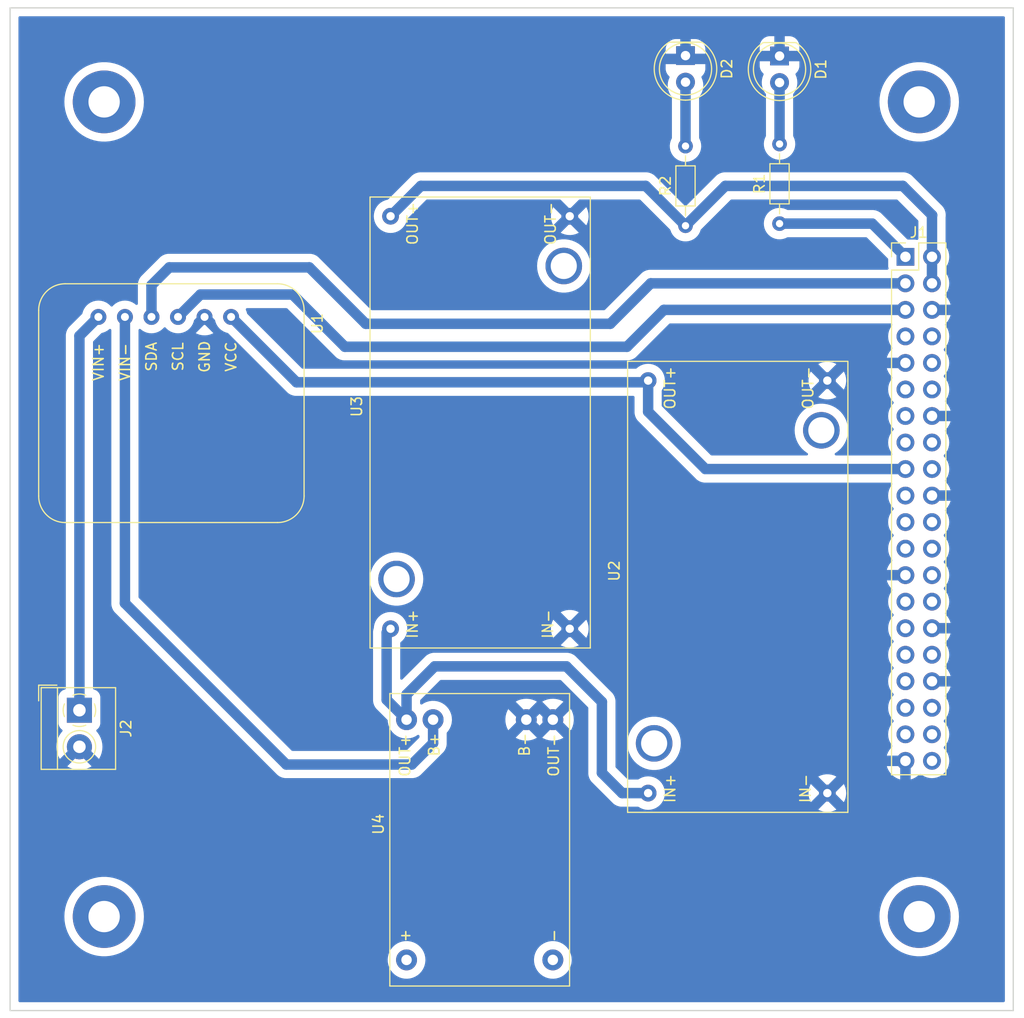
<source format=kicad_pcb>
(kicad_pcb (version 20211014) (generator pcbnew)
  (layers (0 "F.Cu" signal) (31 "B.Cu" signal) (34 "B.Paste" user) (35 "F.Paste" user) (36 "B.SilkS" user "B.Silkscreen") (37 "F.SilkS" user "F.Silkscreen") (38 "B.Mask" user) (39 "F.Mask" user) (44 "Edge.Cuts" user))
  (net 0 "")
  (net 1 "GND")
  (net 2 "Net-(D1-Pad2)")
  (net 3 "Net-(D2-Pad2)")
  (net 4 "/3.3V")
  (net 5 "/5V")
  (net 6 "/SDA")
  (net 7 "/SCL")
  (net 34 "Net-(J2-Pad1)")
  (net 35 "/Bateria")
  (net 38 "/IN+")
  (footprint "Resistor_THT:R_Axial_DIN0204_L3.6mm_D1.6mm_P7.62mm_Horizontal" (layer "F.Cu") (at 162.6 70.41 90)
    (fp_text reference "R1" (at 3.81 -1.92 90) (layer "F.SilkS"))
    (fp_text value "100")
    (fp_line (start 6.68 0) (end 5.73 0) (layer "F.SilkS") (width 0.12))
    (fp_line (start 5.73 -0.92) (end 1.89 -0.92) (layer "F.SilkS") (width 0.12))
    (fp_line (start 0.94 0) (end 1.89 0) (layer "F.SilkS") (width 0.12))
    (fp_line (start 5.73 0.92) (end 5.73 -0.92) (layer "F.SilkS") (width 0.12))
    (fp_line (start 1.89 -0.92) (end 1.89 0.92) (layer "F.SilkS") (width 0.12))
    (fp_line (start 1.89 0.92) (end 5.73 0.92) (layer "F.SilkS") (width 0.12))
    (pad "1" thru_hole circle (at 0 0 90) (size 1.4 1.4) (drill 0.7) (layers *.Cu *.Mask) (net 4 "/3.3V"))
    (pad "2" thru_hole oval (at 7.62 0 90) (size 1.4 1.4) (drill 0.7) (layers *.Cu *.Mask) (net 2 "Net-(D1-Pad2)"))
  )
  (footprint "Resistor_THT:R_Axial_DIN0204_L3.6mm_D1.6mm_P7.62mm_Horizontal" (layer "F.Cu") (at 153.6 70.61 90)
    (fp_text reference "R2" (at 3.81 -1.92 90) (layer "F.SilkS"))
    (fp_text value "150")
    (fp_line (start 5.73 -0.92) (end 1.89 -0.92) (layer "F.SilkS") (width 0.12))
    (fp_line (start 1.89 0.92) (end 5.73 0.92) (layer "F.SilkS") (width 0.12))
    (fp_line (start 5.73 0.92) (end 5.73 -0.92) (layer "F.SilkS") (width 0.12))
    (fp_line (start 0.94 0) (end 1.89 0) (layer "F.SilkS") (width 0.12))
    (fp_line (start 1.89 -0.92) (end 1.89 0.92) (layer "F.SilkS") (width 0.12))
    (fp_line (start 6.68 0) (end 5.73 0) (layer "F.SilkS") (width 0.12))
    (pad "1" thru_hole circle (at 0 0 90) (size 1.4 1.4) (drill 0.7) (layers *.Cu *.Mask) (net 5 "/5V"))
    (pad "2" thru_hole oval (at 7.62 0 90) (size 1.4 1.4) (drill 0.7) (layers *.Cu *.Mask) (net 3 "Net-(D2-Pad2)"))
  )
  (footprint "LED_THT:LED_D5.0mm" (layer "F.Cu") (at 162.6 54.365 -90)
    (fp_text reference "D1" (at 1.27 -3.96 90) (layer "F.SilkS"))
    (fp_text value "LED" hide)
    (fp_line (start -1.29 -1.545) (end -1.29 1.545) (layer "F.SilkS") (width 0.12))
    (fp_arc (start 4.26 -0.000462) (mid 2.072002 2.880433) (end -1.29 1.54483) (layer "F.SilkS") (width 0.12))
    (fp_arc (start -1.29 -1.54483) (mid 2.072002 -2.880433) (end 4.26 0.000462) (layer "F.SilkS") (width 0.12))
    (fp_circle (center 1.27 0) (end 3.77 0) (layer "F.SilkS") (width 0.12) (fill none))
    (pad "1" thru_hole rect (at 0 0 270) (size 1.8 1.8) (drill 0.9) (layers *.Cu *.Mask) (net 1 "GND"))
    (pad "2" thru_hole circle (at 2.54 0 270) (size 1.8 1.8) (drill 0.9) (layers *.Cu *.Mask) (net 2 "Net-(D1-Pad2)"))
  )
  (footprint "Guilherme:TP4056-Module" (layer "F.Cu") (at 142.505 143.405 90)
    (fp_text reference "U4" (at 15.494 -18.288 90 unlocked) (layer "F.SilkS"))
    (fp_text value "Conn_01x06")
    (fp_text user "B-" (at 23.114 -4.318 90 unlocked) (layer "F.SilkS"))
    (fp_text user "B+" (at 23.114 -12.954 90 unlocked) (layer "F.SilkS"))
    (fp_text user "OUT-" (at 22.098 -1.524 90 unlocked) (layer "F.SilkS"))
    (fp_text user "-" (at 4.826 -1.524 90 unlocked) (layer "F.SilkS"))
    (fp_text user "OUT+" (at 22.098 -15.748 90 unlocked) (layer "F.SilkS"))
    (fp_text user "+" (at 4.826 -15.748 90 unlocked) (layer "F.SilkS"))
    (fp_line (start 28 0) (end 28 -17.2) (layer "F.SilkS") (width 0.12))
    (fp_line (start 28 -17.2) (end 0 -17.2) (layer "F.SilkS") (width 0.12))
    (fp_line (start 0 0) (end 28 0) (layer "F.SilkS") (width 0.12))
    (fp_line (start 0 -17.2) (end 0 0) (layer "F.SilkS") (width 0.12))
    (pad "1" thru_hole circle (at 2.5 -15.6 90) (size 2 2) (drill 1) (layers *.Cu *.Mask))
    (pad "2" thru_hole circle (at 2.5 -1.6 90) (size 2 2) (drill 1) (layers *.Cu *.Mask))
    (pad "3" thru_hole circle (at 25.5 -15.6 90) (size 2 2) (drill 1) (layers *.Cu *.Mask) (net 38 "/IN+"))
    (pad "4" thru_hole circle (at 25.5 -1.6 90) (size 2 2) (drill 1) (layers *.Cu *.Mask) (net 1 "GND"))
    (pad "5" thru_hole circle (at 25.5 -13.06 90) (size 2 2) (drill 1) (layers *.Cu *.Mask) (net 35 "/Bateria"))
    (pad "6" thru_hole circle (at 25.5 -4.14 90) (size 2 2) (drill 1) (layers *.Cu *.Mask) (net 1 "GND"))
  )
  (footprint "Guilherme:OBSAT-Board" (layer "F.Cu") (at 174.647 73.588)
    (fp_text reference "J1" (at 1.27 -2.33) (layer "F.SilkS"))
    (fp_text value "Conn_02x20_Odd_Even")
    (fp_line (start 3.87 -1.33) (end 3.87 49.59) (layer "F.SilkS") (width 0.12))
    (fp_line (start -1.33 1.27) (end -1.33 49.59) (layer "F.SilkS") (width 0.12))
    (fp_line (start 1.27 -1.33) (end 3.87 -1.33) (layer "F.SilkS") (width 0.12))
    (fp_line (start 1.27 1.27) (end 1.27 -1.33) (layer "F.SilkS") (width 0.12))
    (fp_line (start -1.33 0) (end -1.33 -1.33) (layer "F.SilkS") (width 0.12))
    (fp_line (start -1.33 49.59) (end 3.87 49.59) (layer "F.SilkS") (width 0.12))
    (fp_line (start -1.33 1.27) (end 1.27 1.27) (layer "F.SilkS") (width 0.12))
    (fp_line (start -1.33 -1.33) (end 0 -1.33) (layer "F.SilkS") (width 0.12))
    (fp_line (start -85.682 -23.833) (end 10.318 -23.833) (layer "Edge.Cuts") (width 0.12))
    (fp_line (start 10.318 72.167) (end -85.682 72.167) (layer "Edge.Cuts") (width 0.12))
    (fp_line (start 10.318 -23.833) (end 10.318 72.167) (layer "Edge.Cuts") (width 0.12))
    (fp_line (start -85.682 -23.833) (end -85.682 72.167) (layer "Edge.Cuts") (width 0.12))
    (pad "" thru_hole circle (at -76.682 63.167) (size 6 6) (drill 3) (layers *.Cu *.Mask))
    (pad "" thru_hole circle (at 1.318 63.167) (size 6 6) (drill 3) (layers *.Cu *.Mask))
    (pad "" thru_hole circle (at 1.318 -14.833) (size 6 6) (drill 3) (layers *.Cu *.Mask))
    (pad "" thru_hole circle (at -76.682 -14.833) (size 6 6) (drill 3) (layers *.Cu *.Mask))
    (pad "1" thru_hole rect (at 0 0) (size 1.7 1.7) (drill 1) (layers *.Cu *.Mask) (net 4 "/3.3V"))
    (pad "2" thru_hole oval (at 2.54 0) (size 1.7 1.7) (drill 1) (layers *.Cu *.Mask) (net 5 "/5V"))
    (pad "3" thru_hole oval (at 0 2.54) (size 1.7 1.7) (drill 1) (layers *.Cu *.Mask) (net 6 "/SDA"))
    (pad "4" thru_hole oval (at 2.54 2.54) (size 1.7 1.7) (drill 1) (layers *.Cu *.Mask) (net 5 "/5V"))
    (pad "5" thru_hole oval (at 0 5.08) (size 1.7 1.7) (drill 1) (layers *.Cu *.Mask) (net 7 "/SCL"))
    (pad "6" thru_hole oval (at 2.54 5.08) (size 1.7 1.7) (drill 1) (layers *.Cu *.Mask) (net 1 "GND"))
    (pad "7" thru_hole oval (at 0 7.62) (size 1.7 1.7) (drill 1) (layers *.Cu *.Mask))
    (pad "8" thru_hole oval (at 2.54 7.62) (size 1.7 1.7) (drill 1) (layers *.Cu *.Mask))
    (pad "9" thru_hole oval (at 0 10.16) (size 1.7 1.7) (drill 1) (layers *.Cu *.Mask) (net 1 "GND"))
    (pad "10" thru_hole oval (at 2.54 10.16) (size 1.7 1.7) (drill 1) (layers *.Cu *.Mask))
    (pad "11" thru_hole oval (at 0 12.7) (size 1.7 1.7) (drill 1) (layers *.Cu *.Mask))
    (pad "12" thru_hole oval (at 2.54 12.7) (size 1.7 1.7) (drill 1) (layers *.Cu *.Mask))
    (pad "13" thru_hole oval (at 0 15.24) (size 1.7 1.7) (drill 1) (layers *.Cu *.Mask))
    (pad "14" thru_hole oval (at 2.54 15.24) (size 1.7 1.7) (drill 1) (layers *.Cu *.Mask) (net 1 "GND"))
    (pad "15" thru_hole oval (at 0 17.78) (size 1.7 1.7) (drill 1) (layers *.Cu *.Mask))
    (pad "16" thru_hole oval (at 2.54 17.78) (size 1.7 1.7) (drill 1) (layers *.Cu *.Mask))
    (pad "17" thru_hole oval (at 0 20.32) (size 1.7 1.7) (drill 1) (layers *.Cu *.Mask) (net 4 "/3.3V"))
    (pad "18" thru_hole oval (at 2.54 20.32) (size 1.7 1.7) (drill 1) (layers *.Cu *.Mask))
    (pad "19" thru_hole oval (at 0 22.86) (size 1.7 1.7) (drill 1) (layers *.Cu *.Mask))
    (pad "20" thru_hole oval (at 2.54 22.86) (size 1.7 1.7) (drill 1) (layers *.Cu *.Mask) (net 1 "GND"))
    (pad "21" thru_hole oval (at 0 25.4) (size 1.7 1.7) (drill 1) (layers *.Cu *.Mask))
    (pad "22" thru_hole oval (at 2.54 25.4) (size 1.7 1.7) (drill 1) (layers *.Cu *.Mask))
    (pad "23" thru_hole oval (at 0 27.94) (size 1.7 1.7) (drill 1) (layers *.Cu *.Mask))
    (pad "24" thru_hole oval (at 2.54 27.94) (size 1.7 1.7) (drill 1) (layers *.Cu *.Mask))
    (pad "25" thru_hole oval (at 0 30.48) (size 1.7 1.7) (drill 1) (layers *.Cu *.Mask) (net 1 "GND"))
    (pad "26" thru_hole oval (at 2.54 30.48) (size 1.7 1.7) (drill 1) (layers *.Cu *.Mask))
    (pad "27" thru_hole oval (at 0 33.02) (size 1.7 1.7) (drill 1) (layers *.Cu *.Mask))
    (pad "28" thru_hole oval (at 2.54 33.02) (size 1.7 1.7) (drill 1) (layers *.Cu *.Mask))
    (pad "29" thru_hole oval (at 0 35.56) (size 1.7 1.7) (drill 1) (layers *.Cu *.Mask))
    (pad "30" thru_hole oval (at 2.54 35.56) (size 1.7 1.7) (drill 1) (layers *.Cu *.Mask) (net 1 "GND"))
    (pad "31" thru_hole oval (at 0 38.1) (size 1.7 1.7) (drill 1) (layers *.Cu *.Mask))
    (pad "32" thru_hole oval (at 2.54 38.1) (size 1.7 1.7) (drill 1) (layers *.Cu *.Mask))
    (pad "33" thru_hole oval (at 0 40.64) (size 1.7 1.7) (drill 1) (layers *.Cu *.Mask))
    (pad "34" thru_hole oval (at 2.54 40.64) (size 1.7 1.7) (drill 1) (layers *.Cu *.Mask) (net 1 "GND"))
    (pad "35" thru_hole oval (at 0 43.18) (size 1.7 1.7) (drill 1) (layers *.Cu *.Mask))
    (pad "36" thru_hole oval (at 2.54 43.18) (size 1.7 1.7) (drill 1) (layers *.Cu *.Mask))
    (pad "37" thru_hole oval (at 0 45.72) (size 1.7 1.7) (drill 1) (layers *.Cu *.Mask))
    (pad "38" thru_hole oval (at 2.54 45.72) (size 1.7 1.7) (drill 1) (layers *.Cu *.Mask))
    (pad "39" thru_hole oval (at 0 48.26) (size 1.7 1.7) (drill 1) (layers *.Cu *.Mask) (net 1 "GND"))
    (pad "40" thru_hole oval (at 2.54 48.26) (size 1.7 1.7) (drill 1) (layers *.Cu *.Mask))
  )
  (footprint "usini_sensors:module_ina219" (layer "F.Cu") (at 97.415 79.345 -90)
    (fp_text reference "U1" (at 0.635 -20.955 90) (layer "F.SilkS"))
    (fp_text value "module_ina219")
    (fp_text user "SDA" (at 3.81 -5.08 90) (layer "F.SilkS"))
    (fp_text user "SCL" (at 3.81 -7.62 90) (layer "F.SilkS"))
    (fp_text user "VIN-" (at 4.318 -2.54 90) (layer "F.SilkS"))
    (fp_text user "VCC" (at 3.81 -12.7 90) (layer "F.SilkS"))
    (fp_text user "VIN+" (at 4.318 0 90) (layer "F.SilkS"))
    (fp_text user "GND" (at 3.81 -10.16 90) (layer "F.SilkS"))
    (fp_line (start 17.145 5.715) (end -0.635 5.715) (layer "F.SilkS") (width 0.12))
    (fp_line (start 19.685 -17.145) (end 19.685 3.175) (layer "F.SilkS") (width 0.12))
    (fp_line (start -3.175 3.175) (end -3.175 -17.145) (layer "F.SilkS") (width 0.12))
    (fp_line (start -0.635 -19.685) (end 17.145 -19.685) (layer "F.SilkS") (width 0.12))
    (fp_arc (start 19.685 3.175) (mid 18.941051 4.971051) (end 17.145 5.715) (layer "F.SilkS") (width 0.12))
    (fp_arc (start 17.145 -19.685) (mid 18.941051 -18.941051) (end 19.685 -17.145) (layer "F.SilkS") (width 0.12))
    (fp_arc (start -3.175 -17.145) (mid -2.431051 -18.941051) (end -0.635 -19.685) (layer "F.SilkS") (width 0.12))
    (fp_arc (start -0.635 5.715) (mid -2.431051 4.971051) (end -3.175 3.175) (layer "F.SilkS") (width 0.12))
    (pad "1" thru_hole circle locked (at 0 -12.7 270) (size 1.524 1.524) (drill 0.762) (layers *.Cu *.Mask) (net 4 "/3.3V"))
    (pad "2" thru_hole circle locked (at 0 -10.16 270) (size 1.524 1.524) (drill 0.762) (layers *.Cu *.Mask) (net 1 "GND"))
    (pad "3" thru_hole circle locked (at 0 -7.62 270) (size 1.524 1.524) (drill 0.762) (layers *.Cu *.Mask) (net 7 "/SCL"))
    (pad "4" thru_hole circle locked (at 0 -5.08 270) (size 1.524 1.524) (drill 0.762) (layers *.Cu *.Mask) (net 6 "/SDA"))
    (pad "5" thru_hole circle locked (at 0 -2.54 270) (size 1.524 1.524) (drill 0.762) (layers *.Cu *.Mask) (net 35 "/Bateria"))
    (pad "6" thru_hole circle locked (at 0 0 270) (size 1.524 1.524) (drill 0.762) (layers *.Cu *.Mask) (net 34 "Net-(J2-Pad1)"))
  )
  (footprint "TerminalBlock_4Ucon:TerminalBlock_4Ucon_1x02_P3.50mm_Horizontal" (layer "F.Cu") (at 95.6 117 -90)
    (fp_text reference "J2" (at 1.75 -4.46 90) (layer "F.SilkS"))
    (fp_text value "Screw_Terminal_01x02")
    (fp_line (start -2.4 3.9) (end -0.9 3.9) (layer "F.SilkS") (width 0.12))
    (fp_line (start -2.16 2.1) (end 5.66 2.1) (layer "F.SilkS") (width 0.12))
    (fp_line (start -2.16 3.66) (end 5.66 3.66) (layer "F.SilkS") (width 0.12))
    (fp_line (start -2.4 2.16) (end -2.4 3.9) (layer "F.SilkS") (width 0.12))
    (fp_line (start -2.16 -3.46) (end -2.16 3.66) (layer "F.SilkS") (width 0.12))
    (fp_line (start -2.16 -3.46) (end 5.66 -3.46) (layer "F.SilkS") (width 0.12))
    (fp_line (start 5.66 -3.46) (end 5.66 3.66) (layer "F.SilkS") (width 0.12))
    (fp_arc (start 0.607587 1.431385) (mid 0.310017 1.523783) (end 0 1.555) (layer "F.SilkS") (width 0.12))
    (fp_arc (start 0.027011 1.555493) (mid -0.296984 1.527118) (end -0.608 1.432) (layer "F.SilkS") (width 0.12))
    (fp_arc (start -0.607742 -1.432109) (mid 0.00014 -1.555727) (end 0.608 -1.432) (layer "F.SilkS") (width 0.12))
    (fp_arc (start 1.432109 -0.607742) (mid 1.555727 0.00014) (end 1.432 0.608) (layer "F.SilkS") (width 0.12))
    (fp_arc (start -1.432109 0.607742) (mid -1.555727 -0.00014) (end -1.432 -0.608) (layer "F.SilkS") (width 0.12))
    (fp_circle (center 3.5 0) (end 5.055 0) (layer "F.SilkS") (width 0.12) (fill none))
    (pad "1" thru_hole rect (at 0 0 270) (size 2.4 2.4) (drill 1.2) (layers *.Cu *.Mask) (net 34 "Net-(J2-Pad1)"))
    (pad "2" thru_hole circle (at 3.5 0 270) (size 2.4 2.4) (drill 1.2) (layers *.Cu *.Mask) (net 1 "GND"))
  )
  (footprint "Guilherme:XL6009-Module" (layer "F.Cu") (at 169.14 126.776 90)
    (fp_text reference "U2" (at 23.114 -22.352 90 unlocked) (layer "F.SilkS"))
    (fp_text value "Conn_02x02_Counter_Clockwise")
    (fp_text user "IN+" (at 2.286 -17.018 90 unlocked) (layer "F.SilkS"))
    (fp_text user "OUT+" (at 40.64 -17.018 90 unlocked) (layer "F.SilkS"))
    (fp_text user "OUT-" (at 40.64 -3.81 90 unlocked) (layer "F.SilkS"))
    (fp_text user "IN-" (at 2.286 -4.064 90 unlocked) (layer "F.SilkS"))
    (fp_line (start 0 -21.082) (end 0 0) (layer "F.SilkS") (width 0.12))
    (fp_line (start 43.18 -21.082) (end 0 -21.082) (layer "F.SilkS") (width 0.12))
    (fp_line (start 43.18 0) (end 43.18 -21.082) (layer "F.SilkS") (width 0.12))
    (fp_line (start 0 0) (end 43.18 0) (layer "F.SilkS") (width 0.12))
    (pad "1" thru_hole circle (at 1.8415 -19.1165 90) (size 1.6 1.6) (drill 0.8) (layers *.Cu *.Mask) (net 38 "/IN+"))
    (pad "2" thru_hole circle (at 1.8415 -1.9685 90) (size 1.6 1.6) (drill 0.8) (layers *.Cu *.Mask) (net 1 "GND"))
    (pad "3" thru_hole circle (at 41.3385 -1.9685 90) (size 1.6 1.6) (drill 0.8) (layers *.Cu *.Mask) (net 1 "GND"))
    (pad "4" thru_hole circle (at 41.3385 -19.1165 90) (size 1.6 1.6) (drill 0.8) (layers *.Cu *.Mask) (net 4 "/3.3V"))
    (pad "5" thru_hole circle (at 6.604 -18.542 90) (size 3.5 3.5) (drill 2.5) (layers *.Cu *.Mask))
    (pad "6" thru_hole circle (at 36.576 -2.54 90) (size 3.5 3.5) (drill 2.5) (layers *.Cu *.Mask))
  )
  (footprint "LED_THT:LED_D5.0mm" (layer "F.Cu") (at 153.6 54.325 -90)
    (fp_text reference "D2" (at 1.27 -3.96 90) (layer "F.SilkS"))
    (fp_text value "LED" hide)
    (fp_line (start -1.29 -1.545) (end -1.29 1.545) (layer "F.SilkS") (width 0.12))
    (fp_arc (start 4.26 -0.000462) (mid 2.072002 2.880433) (end -1.29 1.54483) (layer "F.SilkS") (width 0.12))
    (fp_arc (start -1.29 -1.54483) (mid 2.072002 -2.880433) (end 4.26 0.000462) (layer "F.SilkS") (width 0.12))
    (fp_circle (center 1.27 0) (end 3.77 0) (layer "F.SilkS") (width 0.12) (fill none))
    (pad "1" thru_hole rect (at 0 0 270) (size 1.8 1.8) (drill 0.9) (layers *.Cu *.Mask) (net 1 "GND"))
    (pad "2" thru_hole circle (at 2.54 0 270) (size 1.8 1.8) (drill 0.9) (layers *.Cu *.Mask) (net 3 "Net-(D2-Pad2)"))
  )
  (footprint "Guilherme:XL6009-Module" (layer "F.Cu") (at 144.492 111.041 90)
    (fp_text reference "U3" (at 23.114 -22.352 90 unlocked) (layer "F.SilkS"))
    (fp_text value "Conn_02x02_Counter_Clockwise")
    (fp_text user "IN+" (at 2.286 -17.018 90 unlocked) (layer "F.SilkS"))
    (fp_text user "IN-" (at 2.286 -4.064 90 unlocked) (layer "F.SilkS"))
    (fp_text user "OUT+" (at 40.64 -17.018 90 unlocked) (layer "F.SilkS"))
    (fp_text user "OUT-" (at 40.64 -3.81 90 unlocked) (layer "F.SilkS"))
    (fp_line (start 0 0) (end 43.18 0) (layer "F.SilkS") (width 0.12))
    (fp_line (start 43.18 0) (end 43.18 -21.082) (layer "F.SilkS") (width 0.12))
    (fp_line (start 0 -21.082) (end 0 0) (layer "F.SilkS") (width 0.12))
    (fp_line (start 43.18 -21.082) (end 0 -21.082) (layer "F.SilkS") (width 0.12))
    (pad "1" thru_hole circle (at 1.8415 -19.1165 90) (size 1.6 1.6) (drill 0.8) (layers *.Cu *.Mask) (net 38 "/IN+"))
    (pad "2" thru_hole circle (at 1.8415 -1.9685 90) (size 1.6 1.6) (drill 0.8) (layers *.Cu *.Mask) (net 1 "GND"))
    (pad "3" thru_hole circle (at 41.3385 -1.9685 90) (size 1.6 1.6) (drill 0.8) (layers *.Cu *.Mask) (net 1 "GND"))
    (pad "4" thru_hole circle (at 41.3385 -19.1165 90) (size 1.6 1.6) (drill 0.8) (layers *.Cu *.Mask) (net 5 "/5V"))
    (pad "5" thru_hole circle (at 6.604 -18.542 90) (size 3.5 3.5) (drill 2.5) (layers *.Cu *.Mask))
    (pad "6" thru_hole circle (at 36.576 -2.54 90) (size 3.5 3.5) (drill 2.5) (layers *.Cu *.Mask))
  )
  (segment (start 162.6 62.79) (end 162.6 56.905) (width 1) (layer "B.Cu") (net 2))
  (segment (start 153.6 62.99) (end 153.6 56.865) (width 1) (layer "B.Cu") (net 3))
  (segment (start 116.37 85.6) (end 149.861 85.6) (width 1) (layer "B.Cu") (net 4))
  (segment (start 155.508 93.908) (end 174.647 93.908) (width 1) (layer "B.Cu") (net 4))
  (segment (start 171.469 70.41) (end 174.647 73.588) (width 1) (layer "B.Cu") (net 4))
  (segment (start 162.6 70.41) (end 171.469 70.41) (width 1) (layer "B.Cu") (net 4))
  (segment (start 150.0235 85.4375) (end 150.0235 88.4235) (width 1) (layer "B.Cu") (net 4))
  (segment (start 110.115 79.345) (end 116.37 85.6) (width 1) (layer "B.Cu") (net 4))
  (segment (start 150.0235 88.4235) (end 155.508 93.908) (width 1) (layer "B.Cu") (net 4))
  (segment (start 149.861 85.6) (end 150.0235 85.4375) (width 1) (layer "B.Cu") (net 4))
  (segment (start 128.278 66.8) (end 149.79 66.8) (width 1) (layer "B.Cu") (net 5))
  (segment (start 157.41 66.8) (end 153.6 70.61) (width 1) (layer "B.Cu") (net 5))
  (segment (start 125.3755 69.7025) (end 128.278 66.8) (width 1) (layer "B.Cu") (net 5))
  (segment (start 177.187 69.613) (end 177.187 73.588) (width 1) (layer "B.Cu") (net 5))
  (segment (start 174.4 66.8) (end 177.2 69.6) (width 1) (layer "B.Cu") (net 5))
  (segment (start 177.187 76.128) (end 177.187 73.588) (width 1) (layer "B.Cu") (net 5))
  (segment (start 149.79 66.8) (end 153.6 70.61) (width 1) (layer "B.Cu") (net 5))
  (segment (start 174.4 66.8) (end 157.41 66.8) (width 1) (layer "B.Cu") (net 5))
  (segment (start 177.2 69.6) (end 177.187 69.613) (width 1) (layer "B.Cu") (net 5))
  (segment (start 150.272 76.128) (end 146.4 80) (width 1) (layer "B.Cu") (net 6))
  (segment (start 104.2 74.6) (end 102.495 76.305) (width 1) (layer "B.Cu") (net 6))
  (segment (start 117.6 74.6) (end 104.2 74.6) (width 1) (layer "B.Cu") (net 6))
  (segment (start 174.647 76.128) (end 150.272 76.128) (width 1) (layer "B.Cu") (net 6))
  (segment (start 102.495 76.305) (end 102.495 79.345) (width 1) (layer "B.Cu") (net 6))
  (segment (start 146.4 80) (end 123 80) (width 1) (layer "B.Cu") (net 6))
  (segment (start 123 80) (end 117.6 74.6) (width 1) (layer "B.Cu") (net 6))
  (segment (start 174.647 78.668) (end 151.532 78.668) (width 1) (layer "B.Cu") (net 7))
  (segment (start 121 82.2) (end 116 77.2) (width 1) (layer "B.Cu") (net 7))
  (segment (start 148 82.2) (end 121 82.2) (width 1) (layer "B.Cu") (net 7))
  (segment (start 151.532 78.668) (end 148 82.2) (width 1) (layer "B.Cu") (net 7))
  (segment (start 107.18 77.2) (end 105.035 79.345) (width 1) (layer "B.Cu") (net 7))
  (segment (start 116 77.2) (end 107.18 77.2) (width 1) (layer "B.Cu") (net 7))
  (segment (start 95.6 81.16) (end 97.415 79.345) (width 1) (layer "B.Cu") (net 34))
  (segment (start 95.6 117) (end 95.6 81.16) (width 1) (layer "B.Cu") (net 34))
  (segment (start 99.955 106.755) (end 115.4 122.2) (width 1) (layer "B.Cu") (net 35))
  (segment (start 129.445 120.155) (end 129.445 117.905) (width 1) (layer "B.Cu") (net 35))
  (segment (start 115.4 122.2) (end 127.4 122.2) (width 1) (layer "B.Cu") (net 35))
  (segment (start 127.4 122.2) (end 129.445 120.155) (width 1) (layer "B.Cu") (net 35))
  (segment (start 99.955 79.345) (end 99.955 106.755) (width 1) (layer "B.Cu") (net 35))
  (segment (start 129.6 112.8) (end 126.905 115.495) (width 1) (layer "B.Cu") (net 38))
  (segment (start 145.6 123) (end 145.6 116.2) (width 1) (layer "B.Cu") (net 38))
  (segment (start 126.905 115.495) (end 126.905 117.905) (width 1) (layer "B.Cu") (net 38))
  (segment (start 126.905 117.905) (end 125 116) (width 1) (layer "B.Cu") (net 38))
  (segment (start 125 109.575) (end 125.3755 109.1995) (width 1) (layer "B.Cu") (net 38))
  (segment (start 142.2 112.8) (end 129.6 112.8) (width 1) (layer "B.Cu") (net 38))
  (segment (start 145.6 116.2) (end 142.2 112.8) (width 1) (layer "B.Cu") (net 38))
  (segment (start 147.5345 124.9345) (end 145.6 123) (width 1) (layer "B.Cu") (net 38))
  (segment (start 125 116) (end 125 109.575) (width 1) (layer "B.Cu") (net 38))
  (segment (start 147.5345 124.9345) (end 150.0235 124.9345) (width 1) (layer "B.Cu") (net 38))
  (zone (net 1) (net_name "GND") (layer "B.Cu") (connect_pads (clearance 0.8)) (min_thickness 0.25) (fill yes (thermal_gap 1) (thermal_bridge_width 1))
    (polygon (pts (xy 186 146.5) (xy 88 146.5) (xy 88 49) (xy 186 49)))
  )
)
</source>
